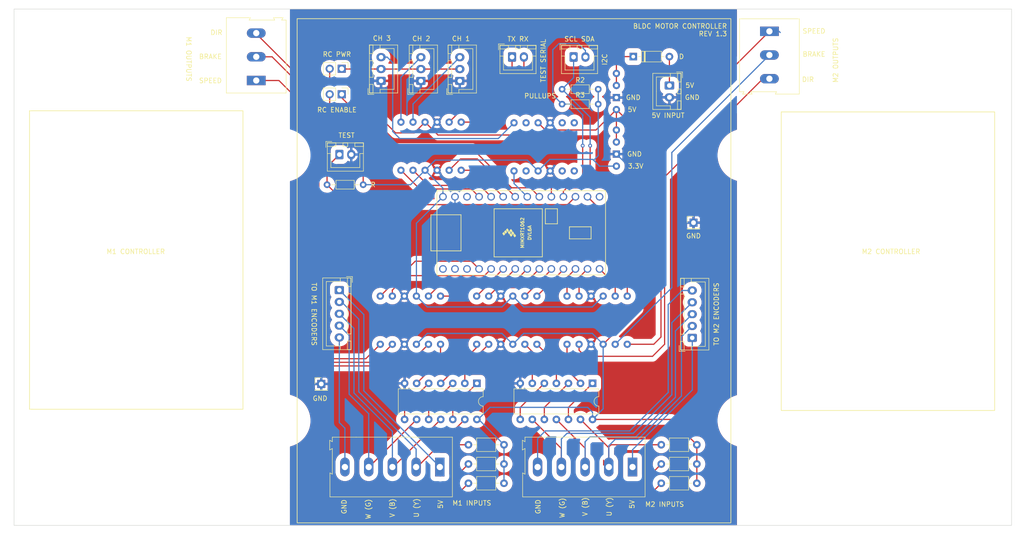
<source format=kicad_pcb>
(kicad_pcb (version 20221018) (generator pcbnew)
  (layers (0 "F.Cu" signal) (31 "B.Cu" signal) (34 "B.Paste" user) (35 "F.Paste" user) (36 "B.SilkS" user "B.Silkscreen") (37 "F.SilkS" user "F.Silkscreen") (38 "B.Mask" user) (39 "F.Mask" user) (44 "Edge.Cuts" user))
  (net 0 "")
  (net 1 "/GND")
  (net 2 "/M1 Y")
  (net 3 "/5v")
  (net 4 "/M1 B")
  (net 5 "/M1 G")
  (net 6 "/M2 Y")
  (net 7 "/M2 B")
  (net 8 "/M2 G")
  (net 9 "Net-(D1-K)")
  (net 10 "/M1 SPEED")
  (net 11 "/M1 BRAKE")
  (net 12 "/M1 DIR")
  (net 13 "/M2 SPEED")
  (net 14 "/M2 BRAKE")
  (net 15 "/M2 DIR")
  (net 16 "Net-(D1-A)")
  (net 17 "Net-(J2-Pin_1)")
  (net 18 "Net-(J2-Pin_5)")
  (net 19 "Net-(J5-Pin_1)")
  (net 20 "Net-(J5-Pin_2)")
  (net 21 "/3v")
  (net 22 "Net-(J6-Pin_1)")
  (net 23 "Net-(J15-Pin_2)")
  (net 24 "Net-(J7-Pin_3)")
  (net 25 "Net-(J8-Pin_3)")
  (net 26 "Net-(J10-Pin_1)")
  (net 27 "Net-(J11-Pin_1)")
  (net 28 "Net-(J11-Pin_5)")
  (net 29 "Net-(J15-Pin_3)")
  (net 30 "Net-(U1-HV1)")
  (net 31 "Net-(U1-LV1)")
  (net 32 "Net-(U1-LV2)")
  (net 33 "Net-(U1-LV3)")
  (net 34 "Net-(U1-LV4)")
  (net 35 "Net-(U2-1A)")
  (net 36 "Net-(U2-1Y)")
  (net 37 "Net-(U2-2A)")
  (net 38 "/TX")
  (net 39 "/RX")
  (net 40 "Net-(U2-2Y)")
  (net 41 "Net-(U2-3A)")
  (net 42 "Net-(U3-HV2)")
  (net 43 "Net-(U3-HV1)")
  (net 44 "Net-(U3-LV1)")
  (net 45 "Net-(U3-LV2)")
  (net 46 "Net-(U3-LV3)")
  (net 47 "Net-(U3-LV4)")
  (net 51 "Net-(U4-10_CS_MQSR)")
  (net 52 "Net-(U4-11_MOSI_CTX1)")
  (net 53 "Net-(U4-12_MISO_MQSL)")
  (net 55 "Net-(U4-14_A0_TX3_SPDIF_OUT)")
  (net 57 "Net-(U4-19_A5_SCL0)")
  (net 58 "Net-(U10-LV3)")
  (net 59 "Net-(U10-LV4)")
  (net 60 "Net-(U10-LV2)")
  (net 61 "Net-(U10-LV1)")
  (net 63 "Net-(U5-1A)")
  (net 64 "Net-(U5-1Y)")
  (net 65 "Net-(U5-2A)")
  (net 66 "Net-(U5-3A)")
  (footprint "Custom:TerminalBlock_Altech_AK300-5_P5.00mm" (layer "F.Cu") (at 133.205 134.366 180)
    (fp_text reference "J3" hide)
    (fp_text value "M1 INPUT")
  )
  (footprint "MountingHole:MountingHole_4.5mm" (layer "F.Cu") (at 247.142 140.208)
    (fp_text reference "REF**" hide)
    (fp_text value "MountingHole_4.5mm")
  )
  (footprint "Capacitor_THT:C_Axial_L3.8mm_D2.6mm_P7.50mm_Horizontal" (layer "F.Cu") (at 187.392 137.795 180)
    (fp_text reference "C6" hide)
    (fp_text value ".001uF")
  )
  (footprint "MountingHole:MountingHole_3.2mm_M3" (layer "F.Cu") (at 208.448 62.738)
    (fp_text reference "REF**" hide)
    (fp_text value "MountingHole_3.2mm_M3")
  )
  (footprint "Custom:Level Shifter" (layer "F.Cu") (at 127.548 66.658 -90)
    (fp_text reference "U10" hide)
    (fp_text value " ")
  )
  (footprint "teensy:Teensy40_sides" (layer "F.Cu") (at 150.368 84.946)
    (fp_text reference "U4" hide)
    (fp_text value "Teensy4.0")
  )
  (footprint "Connector_JST:JST_XH_B3B-XH-A_1x03_P2.50mm_Vertical" (layer "F.Cu") (at 137.414 52.8828 90)
    (fp_text reference "J7" hide)
    (fp_text value "RC CH 1")
  )
  (footprint "Connector_JST:JST_XH_B2B-XH-A_1x02_P2.50mm_Vertical" (layer "F.Cu") (at 181.61 53.848 -90)
    (fp_text reference "POWER1" hide)
    (fp_text value "5v")
  )
  (footprint "MountingHole:MountingHole_3.2mm_M3" (layer "F.Cu") (at 88.392 118.75)
    (fp_text reference "REF**" hide)
    (fp_text value "MountingHole_3.2mm_M3")
  )
  (footprint "Connector_JST:JST_XH_B3B-XH-A_1x03_P2.50mm_Vertical" (layer "F.Cu") (at 120.8108 52.8682 90)
    (fp_text reference "J15" hide)
    (fp_text value "RC CH 3")
  )
  (footprint "Resistor_THT:R_Axial_DIN0204_L3.6mm_D1.6mm_P7.62mm_Horizontal" (layer "F.Cu") (at 158.9786 57.7854)
    (fp_text reference "R3")
    (fp_text value "R")
  )
  (footprint "MountingHole:MountingHole_3.2mm_M3" (layer "F.Cu") (at 197.344 124.58)
    (fp_text reference "REF**" hide)
    (fp_text value "MountingHole_3.2mm_M3")
  )
  (footprint "MountingHole:MountingHole_4.5mm" (layer "F.Cu") (at 50.8 43.688)
    (fp_text reference "REF**" hide)
    (fp_text value "MountingHole_4.5mm")
  )
  (footprint "MountingHole:MountingHole_3.2mm_M3" (layer "F.Cu") (at 100.344 68.58)
    (fp_text reference "REF**" hide)
    (fp_text value "MountingHole_3.2mm_M3")
  )
  (footprint "Connector_JST:JST_XH_B2B-XH-A_1x02_P2.50mm_Vertical" (layer "F.Cu") (at 112.034 68.419)
    (fp_text reference "J6" hide)
    (fp_text value "TEST SWITCH")
  )
  (footprint "Custom:Level Shifter" (layer "F.Cu") (at 151.13 103.378 90)
    (fp_text reference "U3" hide)
    (fp_text value " ")
  )
  (footprint "Custom:TerminalBlock_Altech_AK300-5_P5.00mm" (layer "F.Cu") (at 173.83 134.366 180)
    (fp_text reference "J12" hide)
    (fp_text value "M2 INPUT")
  )
  (footprint "Capacitor_THT:C_Axial_L3.8mm_D2.6mm_P7.50mm_Horizontal" (layer "F.Cu") (at 187.392 133.731 180)
    (fp_text reference "C5" hide)
    (fp_text value ".001uF")
  )
  (footprint "MountingHole:MountingHole_3.2mm_M3" (layer "F.Cu") (at 197.344 68.58)
    (fp_text reference "REF**" hide)
    (fp_text value "MountingHole_3.2mm_M3")
  )
  (footprint "Connector_JST:JST_XH_B2B-XH-A_1x02_P2.50mm_Vertical" (layer "F.Cu") (at 161.4062 47.8366)
    (fp_text reference "J5" hide)
    (fp_text value "I2C")
  )
  (footprint "Resistor_THT:R_Axial_DIN0204_L3.6mm_D1.6mm_P7.62mm_Horizontal" (layer "F.Cu") (at 117.044 74.786 180)
    (fp_text reference "R1" hide)
    (fp_text value "R")
  )
  (footprint "TerminalBlock:TerminalBlock_Altech_AK300-3_P5.00mm" (layer "F.Cu") (at 94.498 52.793 90)
    (fp_text reference "J1" hide)
    (fp_text value "M1 OUTPUT")
  )
  (footprint "Resistor_THT:R_Axial_DIN0204_L3.6mm_D1.6mm_P7.62mm_Horizontal" (layer "F.Cu") (at 158.9786 54.6354)
    (fp_text reference "R2")
    (fp_text value "R")
  )
  (footprint "Connector_JST:JST_XH_B5B-XH-A_1x05_P2.50mm_Vertical" (layer "F.Cu") (at 186.419 107.108 90)
    (fp_text reference "J11" hide)
    (fp_text value "TO M2 ENCODER")
  )
  (footprint "Connector_PinHeader_2.54mm:PinHeader_1x01_P2.54mm_Vertical" (layer "F.Cu") (at 186.69 82.804)
    (fp_text reference "J14" hide)
    (fp_text value "Conn_01x01_Male")
  )
  (footprint "Package_DIP:DIP-14_W7.62mm" (layer "F.Cu") (at 165.399 116.706 -90)
    (fp_text reference "U5" hide)
    (fp_text value "SN74HC14NR")
  )
  (footprint "Connector_PinHeader_2.54mm:PinHeader_1x02_P2.54mm_Vertical" (layer "F.Cu") (at 112.522 55.7022 -90)
    (fp_text reference "J10" hide)
    (fp_text value "RC_ENABLE")
  )
  (footprint "Custom:Level Shifter" (layer "F.Cu") (at 151.384 66.802 -90)
    (fp_text reference "U7" hide)
    (fp_text value " ")
  )
  (footprint "MountingHole:MountingHole_4.5mm" (layer "F.Cu") (at 50.038 140.208)
    (fp_text reference "REF**" hide)
    (fp_text value "MountingHole_4.5mm")
  )
  (footprint "Connector_PinHeader_2.54mm:PinHeader_1x02_P2.54mm_Vertical" (layer "F.Cu") (at 112.522 50.3174 -90)
    (fp_text reference "J9" hide)
    (fp_text value "RC_PWR")
  )
  (footprint "Custom:Level Shifter" (layer "F.Cu") (at 170.18 103.378 90)
    (fp_text reference "U6" hide)
    (fp_text value " ")
  )
  (footprint "MountingHole:MountingHole_3.2mm_M3" (layer "F.Cu") (at 100.344 124.58)
    (fp_text reference "REF**" hide)
    (fp_text value "MountingHole_3.2mm_M3")
  )
  (footprint "Connector_JST:JST_XH_B2B-XH-A_1x02_P2.50mm_Vertical" (layer "F.Cu") (at 148.4322 47.8366)
    (fp_text reference "SERIAL1" hide)
    (fp_text value "SERIAL")
  )
  (footprint "Custom:Level Shifter" (layer "F.Cu") (at 130.81 103.378 90)
    (fp_text reference "U1" hide)
    (fp_text value " ")
  )
  (footprint "Capacitor_THT:C_Axial_L3.8mm_D2.6mm_P7.50mm_Horizontal" (layer "F.Cu") (at 139.232 129.667)
    (fp_text reference "C1" hide)
    (fp_text value ".001uF")
  )
  (footprint "Diode_THT:D_DO-35_SOD27_P7.62mm_Horizontal" (layer "F.Cu") (at 173.99 47.752)
    (fp_text reference "D1" hide)
    (fp_text value "1N6857")
  )
  (footprint "Capacitor_THT:C_Axial_L3.8mm_D2.6mm_P7.50mm_Horizontal" (layer "F.Cu") (at 139.232 133.731)
    (fp_text reference "C2" hide)
    (fp_text value ".001uF")
  )
  (footprint "Package_DIP:DIP-14_W7.62mm" (layer "F.Cu") (at 141.015 116.706 -90)
    (fp_text reference "U2" hide)
    (fp_text value "SN74HC14NR")
  )
  (footprint "Capacitor_THT:C_Axial_L3.8mm_D2.6mm_P7.50mm_Horizontal" (layer "F.Cu") (at 139.232 137.795)
    (fp_text reference "C3" hide)
    (fp_text value ".001uF")
  )
  (footprint "MountingHole:MountingHole_3.2mm_M3" (layer "F.Cu") (at 246.888 119)
    (fp_text reference "REF**" hide)
    (fp_text value "MountingHole_3.2mm_M3")
  )
  (footprint "Custom:StepUpDown Voltage Regulator" (layer "F.Cu") (at 167.892 68.326 -90)
    (fp_text reference "U9" hide)
    (fp_text value "3V_StepUpDown_Voltage_Regulator")
  )
  (footprint "Connector_PinHeader_2.54mm:PinHeader_1x01_P2.54mm_Vertical" (layer "F.Cu") (at 108.204 116.84)
    (fp_text reference "J13" hide)
    (fp_text value "Conn_01x01_Male")
  )
  (footprint "MountingHole:MountingHole_3.2mm_M3" (layer "F.Cu") (at 49.952 62.488)
    (fp_text reference "REF**" hide)
    (fp_text value "MountingHole_3.2mm_M3")
  )
  (footprint "Capacitor_THT:C_Axial_L3.8mm_D2.6mm_P7.50mm_Horizontal" (layer "F.Cu") (at 179.892 129.667)
    (fp_text reference "C4" hide)
    (fp_text value ".001uF")
  )
  (footprint "Connector_JST:JST_XH_B3B-XH-A_1x03_P2.50mm_Vertical" (layer "F.Cu") (at 129.2098 52.8828 90)
    (fp_text reference "J8" hide)
    (fp_text value "RC CH 2")
  )
  (footprint "MountingHole:MountingHole_4.5mm" (layer "F.Cu") (at 247.904 43.688)
    (fp_text reference "REF**" hide)
    (fp_text value "MountingHole_4.5mm")
  )
  (footprint "TerminalBlock:TerminalBlock_Altech_AK300-3_P5.00mm" (layer "F.Cu") (at 202.692 42.418 -90)
    (fp_text reference "J4" hide)
    (fp_text value "M2 OUTPUT")
  )
  (footprint "Connector_JST:JST_XH_B5B-XH-A_1x05_P2.50mm_Vertical" (layer "F.Cu") (at 112.014 97.028 -90)
    (fp_text reference "J2" hide)
    (fp_text value "TO M1 ENCODER")
  )
  (footprint "Custom:StepUpDown Voltage Regulator" (layer "F.Cu") (at 167.894 56.388 -90)
    (fp_text reference "U8" hide)
    (fp_text value "5V_StepUpDown_Voltage_Regulator")
  )
  (gr_rect locked (start 103.124 39.751) (end 194.564 146.145) (stroke (width 0.15)) (fill none) (layer "F.SilkS"))
  (gr_rect locked (start 205.19 59.428) (end 250.19 122.428) (stroke (width 0.15)) (fill none) (layer "F.SilkS"))
  (gr_rect locked (start 46.694 59.178) (end 91.694 122.178) (stroke (width 0.15)) (fill none) (layer "F.SilkS"))
  (gr_rect (start 43.434 37.719) (end 253.746 146.685) (stroke (width 0.1)) (fill none) (layer "Edge.Cuts"))
  (gr_text "W (G)" (at 159.004 143.002 90) (layer "F.SilkS") (effects (font (size 1 1))))
  (gr_text "DIR" (at 210.82 52.578) (layer "F.SilkS") (effects (font (size 1 1))))
  (gr_text "TX RX" (at 149.6822 44.0436) (layer "F.SilkS") (effects (font (size 1 1))))
  (gr_text "GND" (at 173.99 56.388) (layer "F.SilkS") (effects (font (size 1 1))))
  (gr_text "SCL SDA" (at 162.6362 44.0436) (layer "F.SilkS") (effects (font (size 1 1))))
  (gr_text "CH 1" (at 137.668 43.9674) (layer "F.SilkS") (effects (font (size 1 1))))
  (gr_text "M1 CONTROLLER" (at 69.088 88.9) (layer "F.SilkS") (effects (font (size 1 1))))
  (gr_text "M2 INPUTS" (at 180.594 142.24) (layer "F.SilkS") (effects (font (size 1 1))))
  (gr_text "TO M1 ENCODERS" (at 106.68 102.108 270) (layer "F.SilkS") (effects (font (size 1 1))))
  (gr_text "M2 OUTPUTS" (at 216.662 48.514 90) (layer "F.SilkS") (effects (font (size 1 1))))
  (gr_text "5V" (at 185.911 53.828) (layer "F.SilkS") (effects (font (size 1 1))))
  (gr_text "CH 3" (at 120.9802 43.8912) (layer "F.SilkS") (effects (font (size 1 1))))
  (gr_text "M2 CONTROLLER" (at 228.346 88.9) (layer "F.SilkS") (effects (font (size 1 1))))
  (gr_text "5V" (at 173.736 58.928) (layer "F.SilkS") (effects (font (size 1 1))))
  (gr_text "TEST" (at 113.538 64.372) (layer "F.SilkS") (effects (font (size 1 1))))
  (gr_text "GND" (at 107.95 119.888) (layer "F.SilkS") (effects (font (size 1 1))))
  (gr_text "V (B)" (at 163.83 142.748 90) (layer "F.SilkS") (effects (font (size 1 1))))
  (gr_text "W (G)" (at 118.11 143.256 90) (layer "F.SilkS") (effects (font (size 1 1))))
  (gr_text "M1 INPUTS" (at 139.954 141.986) (layer "F.SilkS") (effects (font (size 1 1))))
  (gr_text "5V INPUT" (at 181.339 60.178) (layer "F.SilkS") (effects (font (size 1 1))))
  (gr_text "GND" (at 174.244 68.326) (layer "F.SilkS") (effects (font (size 1 1))))
  (gr_text "GND" (at 186.419 56.368) (layer "F.SilkS") (effects (font (size 1 1))))
  (gr_text "U (Y)" (at 128.27 143.002 90) (layer "F.SilkS") (effects (font (size 1 1))))
  (gr_text "U (Y)" (at 168.91 142.748 90) (layer "F.SilkS") (effects (font (size 1 1))))
  (gr_text "5V" (at 173.736 142.24 90) (layer "F.SilkS") (effects (font (size 1 1))))
  (gr_text "BRAKE" (at 84.836 47.752) (layer "F.SilkS") (effects (font (size 1 1))))
  (gr_text "RC PWR" (at 111.506 47.2694) (layer "F.SilkS") (effects (font (size 1 1))))
  (gr_text "TO M2 ENCODERS" (at 191.516 102.108 90) (layer "F.SilkS") (effects (font (size 1 1))))
  (gr_text "CH 2" (at 129.286 43.9674) (layer "F.SilkS") (effects (font (size 1 1))))
  (gr_text "PULLUPS" (at 150.9268 56.642) (layer "F.SilkS") (effects (font (size 1 1)) (justify left bottom)))
  (gr_text "R" (at 119.126 74.786) (layer "F.SilkS") (effects (font (size 1 1))))
  (gr_text "GND" (at 113.03 142.748 90) (layer "F.SilkS") (effects (font (size 1 1))))
  (gr_text "TEST SERIAL" (at 155.0162 48.6156 90) (layer "F.SilkS") (effects (font (size 1 1))))
  (gr_text "DIR" (at 86.106 42.672) (layer "F.SilkS") (effects (font (size 1 1))))
  (gr_text "RC ENABLE" (at 111.506 59.0042) (layer "F.SilkS") (effects (font (size 1 1))))
  (gr_text "I2C" (at 167.9702 48.3616 90) (layer "F.SilkS") (effects (font (size 1 1))))
  (gr_text "SPEED" (at 84.836 52.832) (layer "F.SilkS") (effects (font (size 1 1))))
  (gr_text "M1 OUTPUTS" (at 80.264 48.26 270) (layer "F.SilkS") (effects (font (size 1 1))))
  (gr_text "SPEED" (at 212.09 42.378) (layer "F.SilkS") (effects (font (size 1 1))))
  (gr_text "3.3V" (at 174.498 70.866) (layer "F.SilkS") (effects (font (size 1 1))))
  (gr_text "5V" (at 133.35 142.24 90) (layer "F.SilkS") (effects (font (size 1 1))))
  (gr_text "GND" (at 186.69 85.598) (layer "F.SilkS") (effects (font (size 1 1))))
  (gr_text "BLDC MOTOR CONTROLLER\nREV 1.3" (at 193.8274 42.1386) (layer "F.SilkS") (effects (font (size 1 1)) (justify right)))
  (gr_text "GND" (at 153.924 142.748 90) (layer "F.SilkS") (effects (font (size 1 1))))
  (gr_text "V (B)" (at 123.19 143.002 90) (layer "F.SilkS") (effects (font (size 1 1))))
  (gr_text "D" (at 184.15 47.752) (layer "F.SilkS") (effects (font (size 1 1))))
  (gr_text "BRAKE" (at 212.09 47.244) (layer "F.SilkS") (effects (font (size 1 1))))
  (segment (start 181.57 56.388) (end 181.61 56.348) (width 0.25) (layer "F.Cu") (net 1))
  (segment (start 173.228 71.122) (end 173.228 78.994) (width 0.25) (layer "B.Cu") (net 1))
  (segment (start 170.432 68.326) (end 173.228 71.122) (width 0.25) (layer "B.Cu") (net 1))
  (segment (start 172.466 79.756) (end 173.228 78.994) (width 0.25) (layer "B.Cu") (net 1))
  (segment (start 137.16 79.756) (end 172.466 79.756) (width 0.25) (layer "B.Cu") (net 1))
  (segment (start 136.398 78.994) (end 137.16 79.756) (width 0.25) (layer "B.Cu") (net 1))
  (segment (start 136.398 77.326) (end 136.398 78.994) (width 0.25) (layer "B.Cu") (net 1))
  (segment (start 128.205 134.366) (end 128.435 134.366) (width 0.25) (layer "F.Cu") (net 2))
  (segment (start 139.232 129.667) (end 133.134 129.667) (width 0.25) (layer "F.Cu") (net 2))
  (segment (start 133.0515 129.7495) (end 138.475 124.326) (width 0.25) (layer "F.Cu") (net 2))
  (segment (start 133.134 129.667) (end 133.0515 129.7495) (width 0.25) (layer "F.Cu") (net 2))
  (segment (start 128.435 134.366) (end 133.0515 129.7495) (width 0.25) (layer "F.Cu") (net 2))
  (segment (start 128.205 130.578) (end 116.118 118.491) (width 0.25) (layer "B.Cu") (net 2))
  (segment (start 116.118 118.491) (end 116.118 103.164) (width 0.25) (layer "B.Cu") (net 2))
  (segment (start 128.205 134.366) (end 128.205 130.578) (width 0.25) (layer "B.Cu") (net 2))
  (segment (start 116.118 103.164) (end 112.482 99.528) (width 0.25) (layer "B.Cu") (net 2))
  (segment (start 110.0074 53.086) (end 109.982 53.0606) (width 0.25) (layer "F.Cu") (net 3))
  (segment (start 182.051 124.326) (end 187.392 129.667) (width 0.25) (layer "F.Cu") (net 3))
  (segment (start 175.006 63.5) (end 175.006 101.092) (width 0.25) (layer "F.Cu") (net 3))
  (segment (start 123.8758 63.8556) (end 113.0554 53.0352) (width 0.25) (layer "F.Cu") (net 3))
  (segment (start 170.434 58.928) (end 170.434 63.244) (width 0.25) (layer "F.Cu") (net 3))
  (segment (start 113.0554 53.0352) (end 110.0582 53.0352) (width 0.25) (layer "F.Cu") (net 3))
  (segment (start 170.434 58.928) (end 175.006 63.5) (width 0.25) (layer "F.Cu") (net 3))
  (segment (start 155.448 63.246) (end 154.397 64.297) (width 0.25) (layer "F.Cu") (net 3))
  (segment (start 132.807 64.297) (end 130.088 61.578) (width 0.25) (layer "F.Cu") (net 3))
  (segment (start 170.432 63.246) (end 170.432 65.786) (width 0.25) (layer "F.Cu") (net 3))
  (segment (start 130.088 61.578) (end 127.8104 63.8556) (width 0.25) (layer "F.Cu") (net 3))
  (segment (start 167.64 108.458) (end 175.006 101.092) (width 0.25) (layer "F.Cu") (net 3))
  (segment (start 170.434 58.928) (end 166.116 63.246) (width 0.25) (layer "F.Cu") (net 3))
  (segment (start 187.392 133.731) (end 187.392 137.795) (width 0.25) (layer "F.Cu") (net 3))
  (segment (start 127.8104 63.8556) (end 123.8758 63.8556) (width 0.25) (layer "F.Cu") (net 3))
  (segment (start 170.434 63.244) (end 170.432 63.246) (width 0.25) (layer "F.Cu") (net 3))
  (segment (start 109.982 53.0606) (end 109.982 50.3174) (width 0.25) (layer "F.Cu") (net 3))
  (segment (start 154.397 64.297) (end 132.807 64.297) (width 0.25) (layer "F.Cu") (net 3))
  (segment (start 166.116 63.246) (end 155.448 63.246) (width 0.25) (layer "F.Cu") (net 3))
  (segment (start 187.392 129.667) (end 187.392 133.731) (width 0.25) (layer "F.Cu") (net 3))
  (segment (start 155.448 63.246) (end 153.924 61.722) (width 0.25) (layer "F.Cu") (net 3))
  (segment (start 110.0582 53.0352) (end 110.0074 53.086) (width 0.25) (layer "F.Cu") (net 3))
  (segment (start 165.399 124.326) (end 182.051 124.326) (width 0.25) (layer "F.Cu") (net 3))
  (segment (start 164.378 121.776) (end 144.566 121.776) (width 0.25) (layer "B.Cu") (net 3))
  (segment (start 165.354 106.172) (end 150.876 106.172) (width 0.25) (layer "B.Cu") (net 3))
  (segment (start 165.399 124.326) (end 165.399 122.797) (width 0.25) (layer "B.Cu") (net 3))
  (segment (start 150.876 106.172) (end 148.59 108.458) (width 0.25) (layer "B.Cu") (net 3))
  (segment (start 146.732 137.795) (end 146.732 133.731) (width 0.25) (layer "B.Cu") (net 3))
  (segment (start 165.399 122.797) (end 164.378 121.776) (width 0.25) (layer "B.Cu") (net 3))
  (segment (start 143.804 121.776) (end 141.254 124.326) (width 0.25) (layer "B.Cu") (net 3))
  (segment (start 167.64 122.085) (end 167.64 108.458) (width 0.25) (layer "B.Cu") (net 3))
  (segment (start 144.566 121.776) (end 143.804 121.776) (width 0.25) (layer "B.Cu") (net 3))
  (segment (start 146.304 106.172) (end 130.556 106.172) (width 0.25) (layer "B.Cu") (net 3))
  (segment (start 130.556 106.172) (end 128.27 108.458) (width 0.25) (layer "B.Cu") (net 3))
  (segment (start 165.399 124.326) (end 167.64 122.085) (width 0.25) (layer "B.Cu") (net 3))
  (segment (start 148.59 108.458) (end 146.304 106.172) (width 0.25) (layer "B.Cu") (net 3))
  (segment (start 167.64 108.458) (end 165.354 106.172) (width 0.25) (layer "B.Cu") (net 3))
  (segment (start 146.732 129.667) (end 141.391 124.326) (width 0.25) (layer "B.Cu") (net 3))
  (segment (start 146.732 133.731) (end 146.732 129.667) (width 0.25) (layer "B.Cu") (net 3))
  (segment (start 123.205 134.366) (end 123.355 134.366) (width 0.25) (layer "F.Cu") (net 4))
  (segment (start 125.6855 132.0355) (end 133.395 124.326) (width 0.25) (layer "F.Cu") (net 4))
  (segment (start 128.524 138.938) (end 125.6855 136.0995) (width 0.25) (layer "F.Cu") (net 4))
  (segment (start 139.232 133.731) (end 134.025 138.938) (width 0.25) (layer "F.Cu") (net 4))
  (segment (start 125.6855 136.0995) (end 125.6855 132.0355) (width 0.25) (layer "F.Cu") (net 4))
  (segment (start 134.025 138.938) (end 128.524 138.938) (width 0.25) (layer "F.Cu") (net 4))
  (segment (start 123.355 134.366) (end 125.6855 132.0355) (width 0.25) (layer "F.Cu") (net 4))
  (segment (start 123.205 134.366) (end 123.205 126.848) (width 0.25) (layer "B.Cu") (net 4))
  (segment (start 115.102 118.745) (end 115.102 105.116) (width 0.25) (layer "B.Cu") (net 4))
  (segment (start 123.205 126.848) (end 115.102 118.745) (width 0.25) (layer "B.Cu") (net 4))
  (segment (start 115.102 105.116) (end 112.014 102.028) (width 0.25) (layer "B.Cu") (net 4))
  (segment (start 120.904 137.922) (end 120.904 131.737) (width 0.25) (layer "F.Cu") (net 5))
  (segment (start 120.904 131.737) (end 120.9865 131.6545) (width 0.25) (layer "F.Cu") (net 5))
  (segment (start 120.9865 131.6545) (end 128.315 124.326) (width 0.25) (layer "F.Cu") (net 5))
  (segment (start 118.205 134.366) (end 118.275 134.366) (width 0.25) (layer "F.Cu") (net 5))
  (segment (start 122.936 139.954) (end 120.904 137.922) (width 0.25) (layer "F.Cu") (net 5))
  (segment (start 137.073 139.954) (end 122.936 139.954) (width 0.25) (layer "F.Cu") (net 5))
  (segment (start 118.275 134.366) (end 120.9865 131.6545) (width 0.25) (layer "F.Cu") (net 5))
  (segment (start 139.232 137.795) (end 137.073 139.954) (width 0.25) (layer "F.Cu") (net 5))
  (segment (start 118.205 123.118) (end 114.086 118.999) (width 0.25) (layer "B.Cu") (net 5))
  (segment (start 114.086 118.999) (end 114.086 106.6) (width 0.25) (layer "B.Cu") (net 5))
  (segment (start 118.205 134.366) (end 118.205 123.118) (width 0.25) (layer "B.Cu") (net 5))
  (segment (start 114.086 106.6) (end 112.014 104.528) (width 0.25) (layer "B.Cu") (net 5))
  (segment (start 168.7455 130.2125) (end 162.859 124.326) (width 0.25) (layer "F.Cu") (net 6))
  (segment (start 169.291 129.667) (end 168.7455 130.2125) (width 0.25) (layer "F.Cu") (net 6))
  (segment (start 168.83 130.297) (end 168.7455 130.2125) (width 0.25) (layer "F.Cu") (net 6))
  (segment (start 167.74 132.952) (end 167.74 133.925) (width 0.25) (layer "F.Cu") (net 6))
  (segment (start 179.892 129.667) (end 169.291 129.667) (width 0.25) (layer "F.Cu") (net 6))
  (segment (start 168.83 134.366) (end 168.83 130.297) (width 0.25) (layer "F.Cu") (net 6))
  (segment (start 184.15 119.38) (end 184.15 106.877) (width 0.25) (layer "B.Cu") (net 6))
  (segment (start 168.83 134.366) (end 168.83 129.874) (width 0.25) (layer "B.Cu") (net 6))
  (segment (start 168.83 129.874) (end 170.18 128.524) (width 0.25) (layer "B.Cu") (net 6))
  (segment (start 170.18 128.524) (end 175.006 128.524) (width 0.25) (layer "B.Cu") (net 6))
  (segment (start 184.15 106.877) (end 186.419 104.608) (width 0.25) (layer "B.Cu") (net 6))
  (segment (start 175.006 128.524) (end 184.15 119.38) (width 0.25) (layer "B.Cu") (net 6))
  (segment (start 161.5065 128.0535) (end 157.779 124.326) (width 0.25) (layer "F.Cu") (net 7))
  (segment (start 175.701 137.922) (end 179.892 133.731) (width 0.25) (layer "F.Cu") (net 7))
  (segment (start 161.5065 128.0535) (end 161.5065 136.6145) (width 0.25) (layer "F.Cu") (net 7))
  (segment (start 163.83 134.366) (end 163.83 130.377) (width 0.25) (layer "F.Cu") (net 7))
  (segment (start 162.814 137.922) (end 175.701 137.922) (width 0.25) (layer "F.Cu") (net 7))
  (segment (start 163.83 130.377) (end 161.5065 128.0535) (width 0.25) (layer "F.Cu") (net 7))
  (segment (start 161.5065 136.6145) (end 162.814 137.922) (width 0.25) (layer "F.Cu") (net 7))
  (segment (start 164.846 128.016) (end 174.498 128.016) (width 0.25) (layer "B.Cu") (net 7))
  (segment (start 163.83 129.032) (end 164.846 128.016) (width 0.25) (layer "B.Cu") (net 7))
  (segment (start 182.88 105.647) (end 186.419 102.108) (width 0.25) (layer "B.Cu") (net 7))
  (segment (start 182.88 119.634) (end 182.88 105.647) (width 0.25) (layer "B.Cu") (net 7))
  (segment (start 174.498 128.016) (end 182.88 119.634) (width 0.25) (layer "B.Cu") (net 7))
  (segment (start 163.83 134.366) (end 163.83 129.032) (width 0.25) (layer "B.Cu") (net 7))
  (segment (start 156.2995 127.9265) (end 156.2995 137.2495) (width 0.25) (layer "F.Cu") (net 8))
  (segment (start 156.2995 127.9265) (end 152.699 124.326) (width 0.25) (layer "F.Cu") (net 8))
  (segment (start 158.83 130.457) (end 156.2995 127.9265) (width 0.25) (layer "F.Cu") (net 8))
  (segment (start 159.258 140.208) (end 177.546 140.208) (width 0.25) (layer "F.Cu") (net 8))
  (segment (start 177.546 140.208) (end 177.546 140.141) (width 0.25) (layer "F.Cu") (net 8))
  (segment (start 177.546 140.141) (end 179.892 137.795) (width 0.25) (layer "F.Cu") (net 8))
  (segment (start 156.2995 137.2495) (end 159.258 140.208) (width 0.25) (layer "F.Cu") (net 8))
  (segment (start 158.83 134.366) (end 158.83 130.457) (width 0.25) (layer "F.Cu") (net 8))
  (segment (start 158.83 134.366) (end 158.83 128.444) (width 0.25) (layer "B.Cu") (net 8))
  (segment (start 160.02 127.254) (end 173.99 127.254) (width 0.25) (layer "B.Cu") (net 8))
  (segment (start 158.83 128.444) (end 160.02 127.254) (width 0.25) (layer "B.Cu") (net 8))
  (segment (start 182.118 119.126) (end 182.118 103.909) (width 0.25) (layer "B.Cu") (net 8))
  (segment (start 182.118 103.909) (end 186.419 99.608) (width 0.25) (layer "B.Cu") (net 8))
  (segment (start 173.99 127.254) (end 182.118 119.126) (width 0.25) (layer "B.Cu") (net 8))
  (segment (start 170.434 51.308) (end 170.434 53.848) (width 0.25) (layer "F.Cu") (net 9))
  (segment (start 173.99 47.752) (end 170.434 47.752) (width 0.25) (layer "F.Cu") (net 9))
  (segment (start 170.434 47.752) (end 170.434 51.308) (width 0.25) (layer "F.Cu") (net 9))
  (segment (start 106.172 59.69) (end 99.275 52.793) (width 0.25) (layer "F.Cu") (net 10))
  (segment (start 99.275 52.793) (end 94.498 52.793) (width 0.25) (layer "F.Cu") (net 10))
  (segment (start 126.238 113.03) (end 130.81 108.458) (width 0.25) (layer "F.Cu") (net 10))
  (segment (start 106.172 110.744) (end 108.458 113.03) (width 0.25) (layer "F.Cu") (net 10))
  (segment (start 106.172 59.69) (end 106.172 110.744) (width 0.25) (layer "F.Cu") (net 10))
  (segment (start 108.458 113.03) (end 126.238 113.03) (width 0.25) (layer "F.Cu") (net 10))
  (segment (start 119.38 112.268) (end 108.712 112.268) (width 0.25) (layer "F.Cu") (net 11))
  (segment (start 106.934 110.49) (end 106.934 56.896) (width 0.25) (layer "F.Cu") (net 11))
  (segment (start 123.19 108.458) (end 119.38 112.268) (width 0.25) (layer "F.Cu") (net 11))
  (segment (start 106.934 56.896) (end 97.831 47.793) (width 0.25) (layer "F.Cu") (net 11))
  (segment (start 108.712 112.268) (end 106.934 110.49) (width 0.25) (layer "F.Cu") (net 11))
  (segment (start 97.831 47.793) (end 94.498 47.793) (width 0.25) (layer "F.Cu") (net 11))
  (segment (start 117.602 111.506) (end 120.65 108.458) (width 0.25) (layer "F.Cu") (net 12))
  (segment (start 108.966 111.506) (end 117.602 111.506) (width 0.25) (layer "F.Cu") (net 12))
  (segment (start 107.696 56.134) (end 107.696 110.236) (width 0.25) (layer "F.Cu") (net 12))
  (segment (start 107.696 110.236) (end 108.966 111.506) (width 0.25) (layer "F.Cu") (net 12))
  (segment (start 94.498 42.936) (end 94.498 42.793) (width 0.25) (layer "F.Cu") (net 12))
  (segment (start 107.696 56.134) (end 94.498 42.936) (width 0.25) (layer "F.Cu") (net 12))
  (segment (start 172.72 108.458) (end 178.308 108.458) (width 0.25) (layer "F.Cu") (net 13))
  (segment (start 178.308 108.458) (end 179.832 106.934) (width 0.25) (layer "F.Cu") (net 13))
  (segment (start 179.832 65.278) (end 202.692 42.418) (width 0.25) (layer "F.Cu") (net 13))
  (segment (start 179.832 106.934) (end 179.832 65.278) (width 0.25) (layer "F.Cu") (net 13))
  (segment (start 204.978 42.672) (end 204.724 42.418) (width 0.25) (layer "B.Cu") (net 13))
  (segment (start 182.118 67.992) (end 202.692 47.418) (width 0.25) (layer "B.Cu") (net 14))
  (segment (start 182.118 96.52) (end 182.118 67.992) (width 0.25) (layer "B.Cu") (net 14))
  (segment (start 170.18 108.458) (end 182.118 96.52) (width 0.25) (layer "B.Cu") (net 14))
  (segment (start 180.594 108.458) (end 180.594 73.152) (width 0.25) (layer "F.Cu") (net 15))
  (segment (start 162.56 109.728) (end 163.83 110.998) (width 0.25) (layer "F.Cu") (net 15))
  (segment (start 178.054 110.998) (end 180.594 108.458) (width 0.25) (layer "F.Cu") (net 15))
  (segment (start 180.594 73.152) (end 201.328 52.418) (width 0.25) (layer "F.Cu") (net 15))
  (segment (start 162.56 108.458) (end 162.56 109.728) (width 0.25) (layer "F.Cu") (net 15))
  (segment (start 201.328 52.418) (end 202.692 52.418) (width 0.25) (layer "F.Cu") (net 15))
  (segment (start 163.83 110.998) (end 178.054 110.998) (width 0.25) (layer "F.Cu") (net 15))
  (segment (start 181.61 53.848) (end 181.61 47.752) (width 0.25) (layer "F.Cu") (net 16))
  (segment (start 117.1775 118.2805) (end 117.1775 102.1915) (width 0.25) (layer "B.Cu") (net 17))
  (segment (start 133.31 136.288) (end 133.31 134.413) (width 0.25) (layer "B.Cu") (net 17))
  (segment (start 133.205 134.366) (end 133.205 134.308) (width 0.25) (layer "B.Cu") (net 17))
  (segment (start 117.1775 102.1915) (end 112.014 97.028) (width 0.25) (layer "B.Cu") (net 17))
  (segment (start 133.205 134.308) (end 117.1775 118.2805) (width 0.25) (layer "B.Cu") (net 17))
  (segment (start 113.1898 134.366) (end 113.1898 126.1678) (width 0.25) (layer "B.Cu") (net 18))
  (segment (start 113.1898 126.1678) (end 112.014 124.992) (width 0.25) (layer "B.Cu") (net 18))
  (segment (start 112.014 124.992) (end 112.014 107.028) (width 0.25) (layer "B.Cu") (net 18))
  (segment (start 163.1188 75.4634) (end 164.8968 73.6854) (width 0.25) (layer "F.Cu") (net 19))
  (segment (start 159.9692 75.4634) (end 163.1188 75.4634) (width 0.25) (layer "F.Cu") (net 19))
  (segment (start 164.8968 73.6854) (end 164.8968 66.548) (width 0.25) (layer "F.Cu") (net 19))
  (segment (start 159.258 76.1746) (end 159.9692 75.4634) (width 0.25) (layer "F.Cu") (net 19))
  (segment (start 159.258 77.326) (end 159.258 76.1746) (width 0.25) (layer "F.Cu") (net 19))
  (via (at 164.8968 66.548) (size 0.8) (drill 0.4) (layers "F.Cu" "B.Cu") (net 19))
  (segment (start 164.8968 60.5536) (end 158.9786 54.6354) (width 0.25) (layer "B.Cu") (net 19))
  (segment (start 161.4062 47.8366) (end 161.4062 52.2078) (width 0.25) (layer "B.Cu") (net 19))
  (segment (start 164.8968 66.548) (end 164.8968 60.5536) (width 0.25) (layer "B.Cu") (net 19))
  (segment (start 161.4062 52.2078) (end 158.9786 54.6354) (width 0.25) (layer "B.Cu") (net 19))
  (segment (start 156.718 77.326) (end 156.718 75.3872) (width 0.25) (layer "F.Cu") (net 20))
  (segment (start 156.718 75.3872) (end 157.4546 74.6506) (width 0.25) (layer "F.Cu") (net 20))
  (segment (start 163.322 73.4822) (end 163.322 66.675) (width 0.25) (layer "F.Cu") (net 20))
  (segment (start 157.4546 74.6506) (end 162.1536 74.6506) (width 0.25) (layer "F.Cu") (net 20))
  (segment (start 163.322 66.675) (end 163.322 66.6496) (width 0.25) (layer "F.Cu") (net 20))
  (segment (start 162.1536 74.6506) (end 163.322 73.4822) (width 0.25) (layer "F.Cu") (net 20))
  (via (at 163.322 66.548) (size 0.8) (drill 0.4) (layers "F.Cu" "B.Cu") (net 20))
  (segment (start 162.4076 44.9834) (end 158.3436 44.9834) (width 0.25) (layer "B.Cu") (net 20))
  (segment (start 158.3436 44.9834) (end 157.0228 46.3042) (width 0.25) (layer "B.Cu") (net 20))
  (segment (start 157.0228 46.3042) (end 157.0228 55.8296) (width 0.25) (layer "B.Cu") (net 20))
  (segment (start 163.322 60.1726) (end 163.3728 60.1218) (width 0.25) (layer "B.Cu") (net 20))
  (segment (start 163.322 66.548) (end 163.322 60.1726) (width 0.25) (layer "B.Cu") (net 20))
  (segment (start 163.9062 47.8366) (end 163.9062 46.482) (width 0.25) (layer "B.Cu") (net 20))
  (segment (start 157.0228 55.8296) (end 158.9786 57.7854) (width 0.25) (layer "B.Cu") (net 20))
  (segment (start 161.0364 57.7854) (end 158.9786 57.7854) (width 0.25) (layer "B.Cu") (net 20))
  (segment (start 163.3728 60.1218) (end 161.0364 57.7854) (width 0.25) (layer "B.Cu") (net 20))
  (segment (start 163.9062 46.482) (end 162.4076 44.9834) (width 0.25) (layer "B.Cu") (net 20))
  (segment (start 117.044 65.3804) (end 109.982 58.3184) (width 0.25) (layer "F.Cu") (net 21))
  (segment (start 109.982 58.3184) (end 109.982 55.7022) (width 0.25) (layer "F.Cu") (net 21))
  (segment (start 117.044 74.786) (end 117.044 65.3804) (width 0.25) (layer "F.Cu") (net 21))
  (segment (start 165.4556 69.4436) (end 156.3624 69.4436) (width 0.25) (layer "B.Cu") (net 21))
  (segment (start 146.304 100.584) (end 130.556 100.584) (width 0.25) (layer "B.Cu") (net 21))
  (segment (start 166.774 70.866) (end 166.878 70.866) (width 0.25) (layer "B.Cu") (net 21))
  (segment (start 166.5986 57.7854) (end 166.5986 68.6562) (width 0.25) (layer "B.Cu") (net 21))
  (segment (start 156.3624 69.4436) (end 153.924 71.882) (width 0.25) (layer "B.Cu") (net 21))
  (segment (start 128.27 82.914) (end 133.858 77.326) (width 0.25) (layer "B.Cu") (net 21))
  (segment (start 151.638 69.596) (end 132.23 69.596) (width 0.25) (layer "B.Cu") (net 21))
  (segment (start 130.556 100.584) (end 128.27 98.298) (width 0.25) (layer "B.Cu") (net 21))
  (segment (start 166.5986 68.6562) (end 165.6334 69.6214) (width 0.25) (layer "B.Cu") (net 21))
  (segment (start 153.924 71.882) (end 151.638 69.596) (width 0.25) (layer "B.Cu") (net 21))
  (segment (start 127.04 74.786) (end 117.044 74.786) (width 0.25) (layer "B.Cu") (net 21))
  (segment (start 130.088 71.738) (end 132.882 74.532) (width 0.25) (layer "B.Cu") (net 21))
  (segment (start 166.878 70.866) (end 170.432 70.866) (width 0.25) (layer "B.Cu") (net 21))
  (segment (start 167.64 98.298) (end 165.354 100.584) (width 0.25) (layer "B.Cu") (net 21))
  (segment (start 130.088 71.738) (end 127.04 74.786) (width 0.25) (layer "B.Cu") (net 21))
  (segment (start 132.23 69.596) (end 130.088 71.738) (width 0.25) (layer "B.Cu") (net 21))
  (segment (start 165.6334 69.6214) (end 165.4556 69.4436) (width 0.25) (layer "B.Cu") (net 21))
  (segment (start 133.858 77.326) (end 133.858 75.508) (width 0.25) (layer "B.Cu") (net 21))
  (segment (start 133.858 75.508) (end 132.882 74.532) (width 0.25) (layer "B.Cu") (net 21))
  (segment (start 148.59 98.298) (end 146.304 100.584) (width 0.25) (layer "B.Cu") (net 21))
  (segment (start 165.354 100.584) (end 150.876 100.584) (width 0.25) (layer "B.Cu") (net 21))
  (segment (start 128.27 98.298) (end 128.27 82.914) (width 0.25) (layer "B.Cu") (net 21))
  (segment (start 166.878 70.866) (end 165.6334 69.6214) (width 0.25) (layer "B.Cu") (net 21))
  (segment (start 166.5986 54.6354) (end 166.5986 57.7854) (width 0.25) (layer "B.Cu") (net 21))
  (segment (start 150.876 100.584) (end 148.59 98.298) (width 0.25) (layer "B.Cu") (net 21))
  (segment (start 109.424 71.029) (end 112.034 68.419) (width 0.25) (layer "F.Cu") (net 22))
  (segment (start 109.424 74.786) (end 113.632 78.994) (width 0.25) (layer "F.Cu") (net 22))
  (segment (start 160.13 78.994) (end 161.798 77.326) (width 0.25) (layer "F.Cu") (net 22))
  (segment (start 109.424 74.786) (end 109.424 71.029) (width 0.25) (layer "F.Cu") (net 22))
  (segment (start 113.632 78.994) (end 160.13 78.994) (width 0.25) (layer "F.Cu") (net 22))
  (segment (start 137.414 50.3828) (end 129.2098 50.3828) (width 0.25) (layer "F.Cu") (net 23))
  (segment (start 129.2098 50.3828) (end 120.8254 50.3828) (width 0.25) (layer "F.Cu") (net 23))
  (segment (start 112.5728 50.3682) (end 112.522 50.3174) (width 0.25) (layer "F.Cu") (net 23))
  (segment (start 120.8108 50.3682) (end 112.5728 50.3682) (width 0.25) (layer "F.Cu") (net 23))
  (segment (start 120.8254 50.3828) (end 120.8108 50.3682) (width 0.25) (layer "F.Cu") (net 23))
  (segment (start 112.5728 50.3682) (end 112.522 50.3174) (width 0.25) (layer "B.Cu") (net 23))
  (segment (start 120.8254 50.3828) (end 120.8108 50.3682) (width 0.25) (layer "B.Cu") (net 23))
  (segment (start 137.414 47.8828) (end 127.548 57.7488) (width 0.25) (layer "B.Cu") (net 24))
  (segment (start 127.548 57.7488) (end 127.548 61.578) (width 0.25) (layer "B.Cu") (net 24))
  (segment (start 129.2098 47.8828) (end 125.008 52.0846) (width 0.25) (layer "B.Cu") (net 25))
  (segment (start 125.008 52.0846) (end 125.008 61.578) (width 0.25) (layer "B.Cu") (net 25))
  (segment (start 154.178 77.326) (end 152.29 75.438) (width 0.25) (layer "F.Cu") (net 26))
  (segment (start 148.336 75.438) (end 140.064 67.166) (width 0.25) (layer "F.Cu") (net 26))
  (segment (start 123.23 67.166) (end 112.522 56.458) (width 0.25) (layer "F.Cu") (net 26))
  (segment (start 140.064 67.166) (end 123.23 67.166) (width 0.25) (layer "F.Cu") (net 26))
  (segment (start 112.522 56.458) (end 112.522 55.7022) (width 0.25) (layer "F.Cu") (net 26))
  (segment (start 152.29 75.438) (end 148.336 75.438) (width 0.25) (layer "F.Cu") (net 26))
  (segment (start 173.83 130.716) (end 186.436 118.11) (width 0.25) (layer "B.Cu") (net 27))
  (segment (start 186.436 118.11) (end 186.436 107.125) (width 0.25) (layer "B.Cu") (net 27))
  (segment (start 173.83 134.366) (end 173.83 130.716) (width 0.25) (layer "B.Cu") (net 27))
  (segment (start 186.436 107.125) (end 186.419 107.108) (width 0.25) (layer "B.Cu") (net 27))
  (segment (start 155.448 126.746) (end 173.228 126.746) (width 0.25) (layer "B.Cu") (net 28))
  (segment (start 184.324 97.108) (end 186.419 97.108) (width 0.25) (layer "B.Cu") (net 28))
  (segment (start 181.356 118.618) (end 181.356 100.076) (width 0.25) (layer "B.Cu") (net 28))
  (segment (start 153.8148 134.366) (end 153.8148 128.3792) (width 0.25) (layer "B.Cu") (net 28))
  (segment (start 173.228 126.746) (end 181.356 118.618) (width 0.25) (layer "B.Cu") (net 28))
  (segment (start 153.8148 128.3792) (end 155.448 126.746) (width 0.25) (layer "B.Cu") (net 28))
  (segment (start 181.356 100.076) (end 184.324 97.108) (width 0.25) (layer "B.Cu") (net 28))
  (segment (start 124.7648 65.0494) (end 145.5166 65.0494) (width 0.25) (layer "B.Cu") (net 29))
  (segment (start 122.1124 47.8682) (end 123.2662 49.022) (width 0.25) (layer "B.Cu") (net 29))
  (segment (start 123.2662 49.022) (end 123.2662 63.5508) (width 0.25) (layer "B.Cu") (net 29))
  (segment (start 123.2662 63.5508) (end 124.7648 65.0494) (width 0.25) (layer "B.Cu") (net 29))
  (segment (start 120.8108 47.8682) (end 122.1124 47.8682) (width 0.25) (layer "B.Cu") (net 29))
  (segment (start 145.5166 65.0494) (end 148.844 61.722) (width 0.25) (layer "B.Cu") (net 29))
  (segment (start 128.315 116.706) (end 133.35 111.671) (width 0.25) (layer "F.Cu") (net 30))
  (segment (start 133.35 111.671) (end 133.35 108.458) (width 0.25) (layer "F.Cu") (net 30))
  (segment (start 149.098 92.566) (end 146.61 95.054) (width 0.25) (layer "F.Cu") (net 31))
  (segment (start 138.176 98.298) (end 133.35 98.298) (width 0.25) (layer "F.Cu") (net 31))
  (segment (start 141.42 95.054) (end 138.176 98.298) (width 0.25) (layer "F.Cu") (net 31))
  (segment (start 146.61 95.054) (end 141.42 95.054) (width 0.25) (layer "F.Cu") (net 31))
  (segment (start 144.52 94.604) (end 134.504 94.604) (width 0.25) (layer "F.Cu") (net 32))
  (segment (start 146.558 92.566) (end 144.52 94.604) (width 0.25) (layer "F.Cu") (net 32))
  (segment (start 134.504 94.604) (end 130.81 98.298) (width 0.25) (layer "F.Cu") (net 32))
  (segment (start 142.604 93.98) (end 126.238 93.98) (width 0.25) (layer "F.Cu") (net 33))
  (segment (start 126.238 93.98) (end 123.19 97.028) (width 0.25) (layer "F.Cu") (net 33))
  (segment (start 123.19 97.028) (end 123.19 98.298) (width 0.25) (layer "F.Cu") (net 33))
  (segment (start 144.018 92.566) (end 142.604 93.98) (width 0.25) (layer "F.Cu") (net 33))
  (segment (start 120.65 98.298) (end 128.016 90.932) (width 0.25) (layer "F.Cu") (net 34))
  (segment (start 139.844 90.932) (end 141.478 92.566) (width 0.25) (layer "F.Cu") (net 34))
  (segment (start 128.016 90.932) (end 139.844 90.932) (width 0.25) (layer "F.Cu") (net 34))
  (segment (start 135.935 124.326) (end 135.935 121.786) (width 0.25) (layer "F.Cu") (net 35))
  (segment (start 135.935 121.786) (end 141.015 116.706) (width 0.25) (layer "F.Cu") (net 35))
  (segment (start 138.475 113.493) (end 143.51 108.458) (width 0.25) (layer "F.Cu") (net 36))
  (segment (start 138.475 116.706) (end 138.475 113.493) (width 0.25) (layer "F.Cu") (net 36))
  (segment (start 130.855 124.326) (end 130.855 121.786) (width 0.25) (layer "F.Cu") (net 37))
  (segment (start 130.855 121.786) (end 135.935 116.706) (width 0.25) (layer "F.Cu") (net 37))
  (segment (start 142.026 59.546) (end 148.4322 53.1398) (width 0.25) (layer "F.Cu") (net 38))
  (segment (start 135.168 61.578) (end 137.2 59.546) (width 0.25) (layer "F.Cu") (net 38))
  (segment (start 148.4322 53.1398) (end 148.4322 47.8366) (width 0.25) (layer "F.Cu") (net 38))
  (segment (start 137.2 59.546) (end 142.026 59.546) (width 0.25) (layer "F.Cu") (net 38))
  (segment (start 137.708 61.578) (end 143.042 61.578) (width 0.25) (layer "F.Cu") (net 39))
  (segment (start 143.042 61.578) (end 150.9322 53.6878) (width 0.25) (layer "F.Cu") (net 39))
  (segment (start 150.9322 53.6878) (end 150.9322 47.8366) (width 0.25) (layer "F.Cu") (net 39))
  (segment (start 140.97 109.131) (end 140.97 108.458) (width 0.25) (layer "F.Cu") (net 40))
  (segment (start 133.395 116.706) (end 140.97 109.131) (width 0.25) (layer "F.Cu") (net 40))
  (segment (start 125.775 121.786) (end 130.855 116.706) (width 0.25) (layer "F.Cu") (net 41))
  (segment (start 125.775 124.326) (end 125.775 121.786) (width 0.25) (layer "F.Cu") (net 41))
  (segment (start 152.699 116.706) (end 152.699 110.027) (width 0.25) (layer "F.Cu") (net 42))
  (segment (start 152.699 110.027) (end 151.13 108.458) (width 0.25) (layer "F.Cu") (net 42))
  (segment (start 157.779 116.706) (end 157.779 112.567) (width 0.25) (layer "F.Cu") (net 43))
  (segment (start 157.779 112.567) (end 153.67 108.458) (width 0.25) (layer "F.Cu") (net 43))
  (segment (start 159.258 92.71) (end 159.258 92.566) (width 0.25) (layer "F.Cu") (net 44))
  (segment (start 153.67 98.298) (end 159.258 92.71) (width 0.25) (layer "F.Cu") (net 44))
  (segment (start 151.13 98.298) (end 156.718 92.71) (width 0.25) (layer "F.Cu") (net 45))
  (segment (start 156.718 92.71) (end 156.718 92.566) (width 0.25) (layer "F.Cu") (net 45))
  (segment (start 150.224 96.52) (end 145.288 96.52) (width 0.25) (layer "F.Cu") (net 46))
  (segment (start 145.288 96.52) (end 143.51 98.298) (width 0.25) (layer "F.Cu") (net 46))
  (segment (start 154.178 92.566) (end 150.224 96.52) (width 0.25) (layer "F.Cu") (net 46))
  (segment (start 143.764 95.504) (end 148.7 95.504) (width 0.25) (layer "F.Cu") (net 47))
  (segment (start 148.7 95.504) (end 151.638 92.566) (width 0.25) (layer "F.Cu") (net 47))
  (segment (start 140.97 98.298) (end 143.764 95.504) (width 0.25) (layer "F.Cu") (net 47))
  (segment (start 160.02 98.298) (end 160.02 94.344) (width 0.25) (layer "F.Cu") (net 51))
  (segment (start 160.02 94.344) (end 161.798 92.566) (width 0.25) (layer "F.Cu") (net 51))
  (segment (start 162.56 94.344) (end 164.338 92.566) (width 0.25) (layer "F.Cu") (net 52))
  (segment (start 162.56 98.298) (end 162.56 94.344) (width 0.25) (layer "F.Cu") (net 52))
  (segment (start 170.18 98.298) (end 170.18 95.868) (width 0.25) (layer "F.Cu") (net 53))
  (segment (start 170.18 95.868) (end 166.878 92.566) (width 0.25) (layer "F.Cu") (net 53))
  (segment (start 172.72 85.708) (end 164.338 77.326) (width 0.25) (layer "F.Cu") (net 55))
  (segment (start 172.72 98.298) (end 172.72 85.708) (width 0.25) (layer "F.Cu") (net 55))
  (segment (start 148.844 71.882) (end 148.844 74.532) (width 0.25) (layer "B.Cu") (net 57))
  (segment (start 148.844 74.532) (end 151.638 77.326) (width 0.25) (layer "B.Cu") (net 57))
  (segment (start 141.114 69.342) (end 137.564 69.342) (width 0.25) (layer "F.Cu") (net 58))
  (segment (start 137.564 69.342) (end 135.168 71.738) (width 0.25) (layer "F.Cu") (net 58))
  (segment (start 149.098 77.326) (end 141.114 69.342) (width 0.25) (layer "F.Cu") (net 58))
  (segment (start 137.708 71.738) (end 140.97 71.738) (width 0.25) (layer "F.Cu") (net 59))
  (segment (start 140.97 71.738) (end 146.558 77.326) (width 0.25) (layer "F.Cu") (net 59))
  (segment (start 130.74 74.93) (end 141.622 74.93) (width 0.25) (layer "F.Cu") (net 60))
  (segment (start 141.622 74.93) (end 144.018 77.326) (width 0.25) (layer "F.Cu") (net 60))
  (segment (start 127.548 71.738) (end 130.74 74.93) (width 0.25) (layer "F.Cu") (net 60))
  (segment (start 141.478 77.326) (end 139.844 75.692) (width 0.25) (layer "F.Cu") (net 61))
  (segment (start 128.962 75.692) (end 125.008 71.738) (width 0.25) (layer "F.Cu") (net 61))
  (segment (start 139.844 75.692) (end 128.962 75.692) (width 0.25) (layer "F.Cu") (net 61))
  (segment (start 160.319 121.786) (end 165.399 116.706) (width 0.25) (layer "F.Cu") (net 63))
  (segment (start 160.319 124.326) (end 160.319 121.786) (width 0.25) (layer "F.Cu") (net 63))
  (segment (start 162.859 116.706) (end 160.02 113.867) (width 0.25) (layer "F.Cu") (net 64))
  (segment (start 160.02 113.867) (end 160.02 108.458) (width 0.25) (layer "F.Cu") (net 64))
  (segment (start 155.239 124.326) (end 155.239 121.786) (width 0.25) (layer "F.Cu") (net 65))
  (segment (start 155.239 121.786) (end 160.319 116.706) (width 0.25) (layer "F.Cu") (net 65))
  (segment (start 150.159 124.326) (end 150.159 121.786) (width 0.25) (layer "F.Cu") (net 66))
  (segment (start 150.159 121.786) (end 155.239 116.706) (width 0.25) (layer "F.Cu") (net 66))
  (zone (net 1) (net_name "/GND") (layer "F.Cu") (name "FRONT") (connect_pads (clearance 1)) (min_thickness 0.254) (fill yes (thermal_gap 0.508) (thermal_bridge_width 0.508))
    (polygon (pts (xy 195.836363 149.587287) (xy 101.607546 149.33967) (xy 101.613497 35.817196) (xy 195.842314 35.810813)))
  )
  (zone (net 1) (net_name "/GND") (layer "B.Cu") (name "BACK") (connect_pads (clearance 1)) (min_thickness 0.254) (fill yes (thermal_gap 0.508) (thermal_bridge_width 0.508))
    (polygon (pts (xy 195.832843 149.585362) (xy 101.593905 149.337627) (xy 101.6 35.814) (xy 195.838938 35.807735)))
  )
)
</source>
